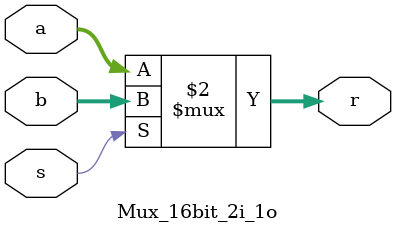
<source format=v>
`timescale 1ns / 1ps
module Mux_16bit_2i_1o(
 input s,
input [15:0] a,
input [15:0] b,
output[15:0] r
    );
	assign r = (s == 0)? a : b;

endmodule

</source>
